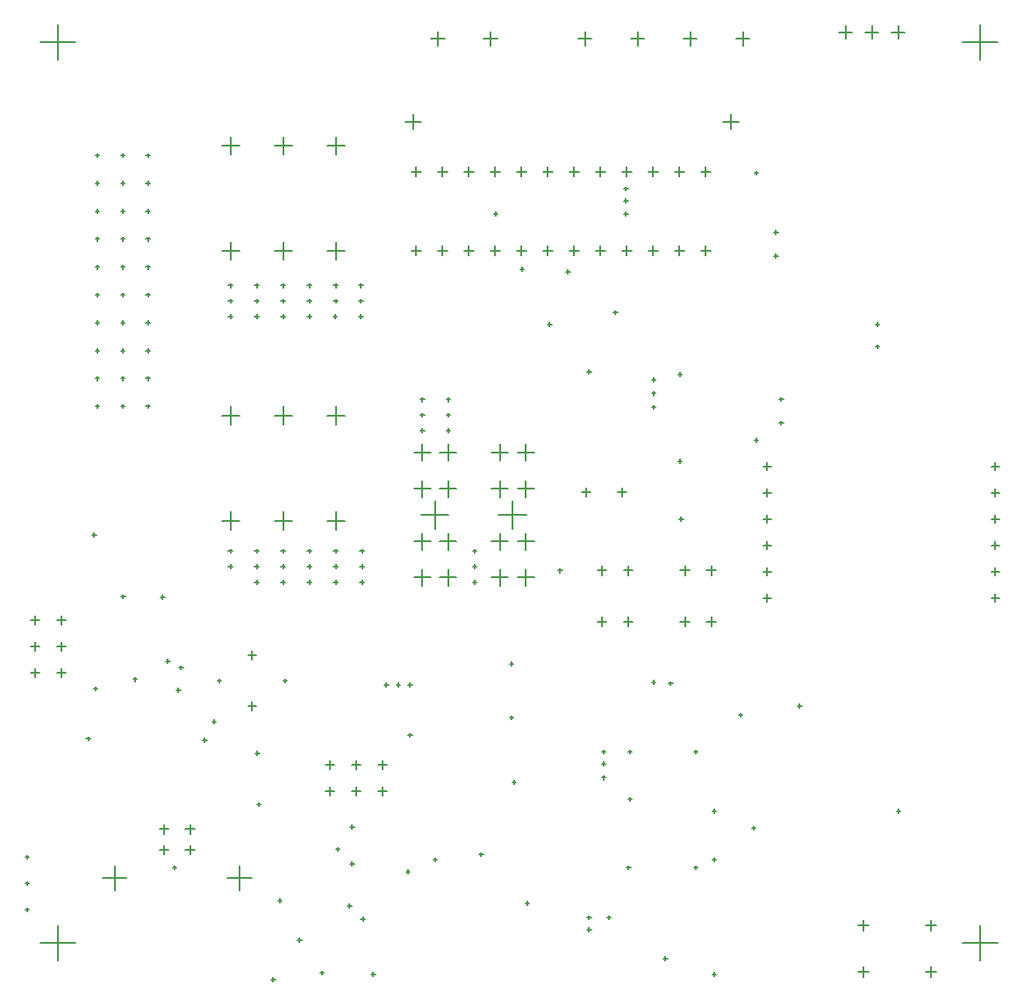
<source format=gbr>
%TF.GenerationSoftware,Altium Limited,Altium Designer,25.2.1 (25)*%
G04 Layer_Color=128*
%FSLAX43Y43*%
%MOMM*%
%TF.SameCoordinates,4C24163C-91DB-42BE-86CD-6C2E27ADC54B*%
%TF.FilePolarity,Positive*%
%TF.FileFunction,Drillmap*%
%TF.Part,Single*%
G01*
G75*
%TA.AperFunction,NonConductor*%
%ADD75C,0.127*%
D75*
X56550Y40500D02*
X57450D01*
X57000Y40050D02*
Y40950D01*
X59090Y40500D02*
X59990D01*
X59540Y40050D02*
Y40950D01*
X67090Y40500D02*
X67990D01*
X67540Y40050D02*
Y40950D01*
X64550Y40500D02*
X65450D01*
X65000Y40050D02*
Y40950D01*
X56550Y35560D02*
X57450D01*
X57000Y35110D02*
Y36010D01*
X59090Y35560D02*
X59990D01*
X59540Y35110D02*
Y36010D01*
X64550Y35560D02*
X65450D01*
X65000Y35110D02*
Y36010D01*
X67090Y35560D02*
X67990D01*
X67540Y35110D02*
Y36010D01*
X41364Y51887D02*
X42964D01*
X42164Y51087D02*
Y52687D01*
X38864Y51887D02*
X40464D01*
X39664Y51087D02*
Y52687D01*
X41364Y48387D02*
X42964D01*
X42164Y47587D02*
Y49187D01*
X38864Y48387D02*
X40464D01*
X39664Y47587D02*
Y49187D01*
X41364Y43307D02*
X42964D01*
X42164Y42507D02*
Y44107D01*
X38864Y43307D02*
X40464D01*
X39664Y42507D02*
Y44107D01*
X41364Y39807D02*
X42964D01*
X42164Y39007D02*
Y40607D01*
X38864Y39807D02*
X40464D01*
X39664Y39007D02*
Y40607D01*
X39544Y45847D02*
X42194D01*
X40869Y44522D02*
Y47172D01*
X47030Y45847D02*
X49680D01*
X48355Y44522D02*
Y47172D01*
X46350Y39807D02*
X47950D01*
X47150Y39007D02*
Y40607D01*
X48850Y39807D02*
X50450D01*
X49650Y39007D02*
Y40607D01*
X46350Y43307D02*
X47950D01*
X47150Y42507D02*
Y44107D01*
X48850Y43307D02*
X50450D01*
X49650Y42507D02*
Y44107D01*
X46350Y48387D02*
X47950D01*
X47150Y47587D02*
Y49187D01*
X48850Y48387D02*
X50450D01*
X49650Y47587D02*
Y49187D01*
X46350Y51887D02*
X47950D01*
X47150Y51087D02*
Y52687D01*
X48850Y51887D02*
X50450D01*
X49650Y51087D02*
Y52687D01*
X14300Y15500D02*
X15200D01*
X14750Y15050D02*
Y15950D01*
X16800Y15500D02*
X17700D01*
X17250Y15050D02*
Y15950D01*
X16800Y13500D02*
X17700D01*
X17250Y13050D02*
Y13950D01*
X14300Y13500D02*
X15200D01*
X14750Y13050D02*
Y13950D01*
X20870Y10800D02*
X23170D01*
X22020Y9650D02*
Y11950D01*
X8830Y10800D02*
X11130D01*
X9980Y9650D02*
Y11950D01*
X81721Y1742D02*
X82721D01*
X82221Y1242D02*
Y2242D01*
X88221Y1742D02*
X89221D01*
X88721Y1242D02*
Y2242D01*
X81721Y6242D02*
X82721D01*
X82221Y5742D02*
Y6742D01*
X88221Y6242D02*
X89221D01*
X88721Y5742D02*
Y6742D01*
X72566Y42926D02*
X73328D01*
X72947Y42545D02*
Y43307D01*
X94566Y50546D02*
X95328D01*
X94947Y50165D02*
Y50927D01*
X94566Y48006D02*
X95328D01*
X94947Y47625D02*
Y48387D01*
X94566Y45466D02*
X95328D01*
X94947Y45085D02*
Y45847D01*
X94566Y42926D02*
X95328D01*
X94947Y42545D02*
Y43307D01*
X94566Y40386D02*
X95328D01*
X94947Y40005D02*
Y40767D01*
X94566Y37846D02*
X95328D01*
X94947Y37465D02*
Y38227D01*
X72566Y50546D02*
X73328D01*
X72947Y50165D02*
Y50927D01*
X72566Y48006D02*
X73328D01*
X72947Y47625D02*
Y48387D01*
X72566Y45466D02*
X73328D01*
X72947Y45085D02*
Y45847D01*
X72566Y40386D02*
X73328D01*
X72947Y40005D02*
Y40767D01*
X72566Y37846D02*
X73328D01*
X72947Y37465D02*
Y38227D01*
X30450Y71300D02*
X32150D01*
X31300Y70450D02*
Y72150D01*
X25370Y71300D02*
X27070D01*
X26220Y70450D02*
Y72150D01*
X20290Y71300D02*
X21990D01*
X21140Y70450D02*
Y72150D01*
X30450Y81460D02*
X32150D01*
X31300Y80610D02*
Y82310D01*
X25370Y81460D02*
X27070D01*
X26220Y80610D02*
Y82310D01*
X20290Y81460D02*
X21990D01*
X21140Y80610D02*
Y82310D01*
X66525Y71374D02*
X67475D01*
X67000Y70899D02*
Y71849D01*
X63985Y71374D02*
X64935D01*
X64460Y70899D02*
Y71849D01*
X61445Y71374D02*
X62395D01*
X61920Y70899D02*
Y71849D01*
X58905Y71374D02*
X59855D01*
X59380Y70899D02*
Y71849D01*
X56365Y71374D02*
X57315D01*
X56840Y70899D02*
Y71849D01*
X53825Y71374D02*
X54775D01*
X54300Y70899D02*
Y71849D01*
X51285Y71374D02*
X52235D01*
X51760Y70899D02*
Y71849D01*
X48745Y71374D02*
X49695D01*
X49220Y70899D02*
Y71849D01*
X38585Y71374D02*
X39535D01*
X39060Y70899D02*
Y71849D01*
X41125Y71374D02*
X42075D01*
X41600Y70899D02*
Y71849D01*
X43665Y71374D02*
X44615D01*
X44140Y70899D02*
Y71849D01*
X46205Y71374D02*
X47155D01*
X46680Y70899D02*
Y71849D01*
X66525Y78994D02*
X67475D01*
X67000Y78519D02*
Y79469D01*
X63985Y78994D02*
X64935D01*
X64460Y78519D02*
Y79469D01*
X61445Y78994D02*
X62395D01*
X61920Y78519D02*
Y79469D01*
X58905Y78994D02*
X59855D01*
X59380Y78519D02*
Y79469D01*
X56365Y78994D02*
X57315D01*
X56840Y78519D02*
Y79469D01*
X53825Y78994D02*
X54775D01*
X54300Y78519D02*
Y79469D01*
X51285Y78994D02*
X52235D01*
X51760Y78519D02*
Y79469D01*
X48745Y78994D02*
X49695D01*
X49220Y78519D02*
Y79469D01*
X38585Y78994D02*
X39535D01*
X39060Y78519D02*
Y79469D01*
X41125Y78994D02*
X42075D01*
X41600Y78519D02*
Y79469D01*
X43665Y78994D02*
X44615D01*
X44140Y78519D02*
Y79469D01*
X46205Y78994D02*
X47155D01*
X46680Y78519D02*
Y79469D01*
X30450Y45300D02*
X32150D01*
X31300Y44450D02*
Y46150D01*
X25370Y45300D02*
X27070D01*
X26220Y44450D02*
Y46150D01*
X20290Y45300D02*
X21990D01*
X21140Y44450D02*
Y46150D01*
X30450Y55460D02*
X32150D01*
X31300Y54610D02*
Y56310D01*
X25370Y55460D02*
X27070D01*
X26220Y54610D02*
Y56310D01*
X20290Y55460D02*
X21990D01*
X21140Y54610D02*
Y56310D01*
X40498Y91821D02*
X41798D01*
X41148Y91171D02*
Y92471D01*
X45578Y91821D02*
X46878D01*
X46228Y91171D02*
Y92471D01*
X38013Y83820D02*
X39513D01*
X38763Y83070D02*
Y84570D01*
X68713Y83820D02*
X70213D01*
X69463Y83070D02*
Y84570D01*
X1836Y35687D02*
X2736D01*
X2286Y35237D02*
Y36137D01*
X4376Y35687D02*
X5276D01*
X4826Y35237D02*
Y36137D01*
X1836Y33147D02*
X2736D01*
X2286Y32697D02*
Y33597D01*
X4376Y33147D02*
X5276D01*
X4826Y32697D02*
Y33597D01*
X1836Y30607D02*
X2736D01*
X2286Y30157D02*
Y31057D01*
X4376Y30607D02*
X5276D01*
X4826Y30157D02*
Y31057D01*
X35364Y21717D02*
X36264D01*
X35814Y21267D02*
Y22167D01*
X35364Y19177D02*
X36264D01*
X35814Y18727D02*
Y19627D01*
X32824Y21717D02*
X33724D01*
X33274Y21267D02*
Y22167D01*
X32824Y19177D02*
X33724D01*
X33274Y18727D02*
Y19627D01*
X30284Y21717D02*
X31184D01*
X30734Y21267D02*
Y22167D01*
X30284Y19177D02*
X31184D01*
X30734Y18727D02*
Y19627D01*
X69930Y91821D02*
X71230D01*
X70580Y91171D02*
Y92471D01*
X64850Y91821D02*
X66150D01*
X65500Y91171D02*
Y92471D01*
X59770Y91821D02*
X61070D01*
X60420Y91171D02*
Y92471D01*
X54690Y91821D02*
X55990D01*
X55340Y91171D02*
Y92471D01*
X22841Y27411D02*
X23641D01*
X23241Y27011D02*
Y27811D01*
X22841Y32291D02*
X23641D01*
X23241Y31891D02*
Y32691D01*
X84966Y92456D02*
X86166D01*
X85566Y91856D02*
Y93056D01*
X82426Y92456D02*
X83626D01*
X83026Y91856D02*
Y93056D01*
X79886Y92456D02*
X81086D01*
X80486Y91856D02*
Y93056D01*
X58525Y48018D02*
X59375D01*
X58950Y47593D02*
Y48443D01*
X55025Y48018D02*
X55875D01*
X55450Y47593D02*
Y48443D01*
X91800Y4500D02*
X95200D01*
X93500Y2800D02*
Y6200D01*
X91800Y91500D02*
X95200D01*
X93500Y89800D02*
Y93200D01*
X2800Y91500D02*
X6200D01*
X4500Y89800D02*
Y93200D01*
X2800Y4500D02*
X6200D01*
X4500Y2800D02*
Y6200D01*
X15548Y11811D02*
X15948D01*
X15748Y11611D02*
Y12011D01*
X64316Y51050D02*
X64716D01*
X64516Y50850D02*
Y51250D01*
X48060Y31496D02*
X48460D01*
X48260Y31296D02*
Y31696D01*
X58093Y65405D02*
X58493D01*
X58293Y65205D02*
Y65605D01*
X49076Y69596D02*
X49476D01*
X49276Y69396D02*
Y69796D01*
X85398Y17272D02*
X85798D01*
X85598Y17072D02*
Y17472D01*
X65840Y11811D02*
X66240D01*
X66040Y11611D02*
Y12011D01*
X59490Y22987D02*
X59890D01*
X59690Y22787D02*
Y23187D01*
X37138Y29464D02*
X37538D01*
X37338Y29264D02*
Y29664D01*
X38281Y24602D02*
X38681D01*
X38481Y24402D02*
Y24802D01*
X51743Y64262D02*
X52143D01*
X51943Y64062D02*
Y64462D01*
X52759Y40500D02*
X53159D01*
X52959Y40300D02*
Y40700D01*
X55553Y59690D02*
X55953D01*
X55753Y59490D02*
Y59890D01*
X61776Y58928D02*
X62176D01*
X61976Y58728D02*
Y59128D01*
X44500Y42370D02*
X44900D01*
X44700Y42170D02*
Y42570D01*
X44500Y39370D02*
X44900D01*
X44700Y39170D02*
Y39570D01*
X44500Y40870D02*
X44900D01*
X44700Y40670D02*
Y41070D01*
X48060Y26289D02*
X48460D01*
X48260Y26089D02*
Y26489D01*
X29772Y1651D02*
X30172D01*
X29972Y1451D02*
Y1851D01*
X18469Y24130D02*
X18869D01*
X18669Y23930D02*
Y24330D01*
X67618Y1524D02*
X68018D01*
X67818Y1324D02*
Y1724D01*
X40694Y12573D02*
X41094D01*
X40894Y12373D02*
Y12773D01*
X49584Y8382D02*
X49984D01*
X49784Y8182D02*
Y8582D01*
X61776Y29718D02*
X62176D01*
X61976Y29518D02*
Y29918D01*
X61776Y56261D02*
X62176D01*
X61976Y56061D02*
Y56461D01*
X61776Y57595D02*
X62176D01*
X61976Y57395D02*
Y57794D01*
X56950Y20500D02*
X57350D01*
X57150Y20300D02*
Y20700D01*
X70158Y26543D02*
X70558D01*
X70358Y26343D02*
Y26743D01*
X38281Y29464D02*
X38681D01*
X38481Y29264D02*
Y29664D01*
X35995Y29464D02*
X36395D01*
X36195Y29264D02*
Y29664D01*
X73587Y70866D02*
X73987D01*
X73787Y70666D02*
Y71066D01*
X32693Y15748D02*
X33093D01*
X32893Y15548D02*
Y15948D01*
X71682Y78867D02*
X72082D01*
X71882Y78667D02*
Y79067D01*
X73587Y73152D02*
X73987D01*
X73787Y72952D02*
Y73352D01*
X71682Y53086D02*
X72082D01*
X71882Y52886D02*
Y53286D01*
X74095Y54737D02*
X74495D01*
X74295Y54537D02*
Y54937D01*
X74095Y57023D02*
X74495D01*
X74295Y56823D02*
Y57223D01*
X64316Y59436D02*
X64716D01*
X64516Y59236D02*
Y59636D01*
X75873Y27432D02*
X76273D01*
X76073Y27232D02*
Y27632D01*
X71428Y15621D02*
X71828D01*
X71628Y15421D02*
Y15821D01*
X67618Y12573D02*
X68018D01*
X67818Y12373D02*
Y12773D01*
X83366Y62103D02*
X83766D01*
X83566Y61903D02*
Y62303D01*
X25073Y1016D02*
X25473D01*
X25273Y816D02*
Y1216D01*
X55553Y6985D02*
X55953D01*
X55753Y6785D02*
Y7185D01*
X27613Y4826D02*
X28013D01*
X27813Y4626D02*
Y5026D01*
X31296Y13589D02*
X31696D01*
X31496Y13389D02*
Y13789D01*
X32693Y12192D02*
X33093D01*
X32893Y11992D02*
Y12392D01*
X38075Y11430D02*
X38475D01*
X38275Y11230D02*
Y11630D01*
X32439Y8128D02*
X32839D01*
X32639Y7928D02*
Y8328D01*
X7233Y24257D02*
X7633D01*
X7433Y24057D02*
Y24457D01*
X23676Y17907D02*
X24076D01*
X23876Y17707D02*
Y18107D01*
X7801Y43942D02*
X8201D01*
X8001Y43742D02*
Y44142D01*
X11738Y29985D02*
X12138D01*
X11938Y29785D02*
Y30185D01*
X7928Y29083D02*
X8328D01*
X8128Y28883D02*
Y29283D01*
X53521Y69342D02*
X53921D01*
X53721Y69142D02*
Y69542D01*
X83366Y64262D02*
X83766D01*
X83566Y64062D02*
Y64462D01*
X59109Y77343D02*
X59509D01*
X59309Y77143D02*
Y77543D01*
X59109Y76200D02*
X59509D01*
X59309Y76000D02*
Y76400D01*
X14400Y37910D02*
X14800D01*
X14600Y37709D02*
Y38110D01*
X10600Y37973D02*
X11000D01*
X10800Y37773D02*
Y38173D01*
X56950Y21844D02*
X57350D01*
X57150Y21644D02*
Y22044D01*
X56950Y22987D02*
X57350D01*
X57150Y22787D02*
Y23187D01*
X59490Y18415D02*
X59890D01*
X59690Y18215D02*
Y18615D01*
X15929Y28956D02*
X16329D01*
X16129Y28756D02*
Y29156D01*
X19358Y25908D02*
X19758D01*
X19558Y25708D02*
Y26108D01*
X14913Y31750D02*
X15313D01*
X15113Y31550D02*
Y31950D01*
X16183Y31115D02*
X16583D01*
X16383Y30915D02*
Y31315D01*
X1324Y12827D02*
X1724D01*
X1524Y12627D02*
Y13027D01*
X1324Y10287D02*
X1724D01*
X1524Y10087D02*
Y10487D01*
X1324Y7747D02*
X1724D01*
X1524Y7547D02*
Y7947D01*
X26216Y29845D02*
X26616D01*
X26416Y29645D02*
Y30045D01*
X19866Y29845D02*
X20266D01*
X20066Y29645D02*
Y30045D01*
X23549Y22860D02*
X23949D01*
X23749Y22660D02*
Y23060D01*
X33726Y6858D02*
X34126D01*
X33926Y6658D02*
Y7058D01*
X55553Y5842D02*
X55953D01*
X55753Y5642D02*
Y6042D01*
X48314Y20066D02*
X48714D01*
X48514Y19866D02*
Y20266D01*
X64443Y45466D02*
X64843D01*
X64643Y45266D02*
Y45666D01*
X59109Y74930D02*
X59509D01*
X59309Y74730D02*
Y75130D01*
X46536Y74930D02*
X46936D01*
X46736Y74730D02*
Y75130D01*
X45139Y13081D02*
X45539D01*
X45339Y12881D02*
Y13281D01*
X62919Y3048D02*
X63319D01*
X63119Y2848D02*
Y3248D01*
X57458Y6985D02*
X57858D01*
X57658Y6785D02*
Y7185D01*
X67618Y17272D02*
X68018D01*
X67818Y17072D02*
Y17472D01*
X65840Y22987D02*
X66240D01*
X66040Y22787D02*
Y23187D01*
X59363Y11811D02*
X59763D01*
X59563Y11611D02*
Y12011D01*
X63427Y29591D02*
X63827D01*
X63627Y29391D02*
Y29791D01*
X34725Y1524D02*
X35125D01*
X34925Y1324D02*
Y1724D01*
X25708Y8636D02*
X26108D01*
X25908Y8436D02*
Y8836D01*
X8100Y75182D02*
X8500D01*
X8300Y74982D02*
Y75382D01*
X8100Y61724D02*
X8500D01*
X8300Y61524D02*
Y61924D01*
X8100Y67107D02*
X8500D01*
X8300Y66907D02*
Y67307D01*
X8100Y72490D02*
X8500D01*
X8300Y72290D02*
Y72690D01*
X8100Y64416D02*
X8500D01*
X8300Y64216D02*
Y64616D01*
X8100Y69799D02*
X8500D01*
X8300Y69599D02*
Y69999D01*
X8100Y59032D02*
X8500D01*
X8300Y58832D02*
Y59232D01*
X8100Y56340D02*
X8500D01*
X8300Y56140D02*
Y56540D01*
X8100Y77874D02*
X8500D01*
X8300Y77674D02*
Y78074D01*
X8100Y80566D02*
X8500D01*
X8300Y80366D02*
Y80766D01*
X13000Y75182D02*
X13400D01*
X13200Y74982D02*
Y75382D01*
X13000Y61724D02*
X13400D01*
X13200Y61524D02*
Y61924D01*
X13000Y67107D02*
X13400D01*
X13200Y66907D02*
Y67307D01*
X13000Y72490D02*
X13400D01*
X13200Y72290D02*
Y72690D01*
X13000Y64416D02*
X13400D01*
X13200Y64216D02*
Y64616D01*
X13000Y69799D02*
X13400D01*
X13200Y69599D02*
Y69999D01*
X13000Y59032D02*
X13400D01*
X13200Y58832D02*
Y59232D01*
X13000Y56340D02*
X13400D01*
X13200Y56140D02*
Y56540D01*
X13000Y77874D02*
X13400D01*
X13200Y77674D02*
Y78074D01*
X13000Y80566D02*
X13400D01*
X13200Y80366D02*
Y80766D01*
X10550Y80566D02*
X10950D01*
X10750Y80366D02*
Y80766D01*
X10550Y77874D02*
X10950D01*
X10750Y77674D02*
Y78074D01*
X10550Y56340D02*
X10950D01*
X10750Y56140D02*
Y56540D01*
X10550Y59032D02*
X10950D01*
X10750Y58832D02*
Y59232D01*
X10550Y69799D02*
X10950D01*
X10750Y69599D02*
Y69999D01*
X10550Y64416D02*
X10950D01*
X10750Y64216D02*
Y64616D01*
X10550Y72490D02*
X10950D01*
X10750Y72290D02*
Y72690D01*
X10550Y67107D02*
X10950D01*
X10750Y66907D02*
Y67307D01*
X10550Y61724D02*
X10950D01*
X10750Y61524D02*
Y61924D01*
X10550Y75182D02*
X10950D01*
X10750Y74982D02*
Y75382D01*
X20940Y40870D02*
X21340D01*
X21140Y40670D02*
Y41070D01*
X31100Y40870D02*
X31500D01*
X31300Y40670D02*
Y41070D01*
X26020Y40870D02*
X26420D01*
X26220Y40670D02*
Y41070D01*
X28560Y40870D02*
X28960D01*
X28760Y40670D02*
Y41070D01*
X23480Y40870D02*
X23880D01*
X23680Y40670D02*
Y41070D01*
X23480Y42370D02*
X23880D01*
X23680Y42170D02*
Y42570D01*
X28560Y42370D02*
X28960D01*
X28760Y42170D02*
Y42570D01*
X26020Y42370D02*
X26420D01*
X26220Y42170D02*
Y42570D01*
X31100Y42370D02*
X31500D01*
X31300Y42170D02*
Y42570D01*
X20940Y42370D02*
X21340D01*
X21140Y42170D02*
Y42570D01*
X23480Y39370D02*
X23880D01*
X23680Y39170D02*
Y39570D01*
X26020Y39370D02*
X26420D01*
X26220Y39170D02*
Y39570D01*
X31100Y39370D02*
X31500D01*
X31300Y39170D02*
Y39570D01*
X33640Y42370D02*
X34040D01*
X33840Y42170D02*
Y42570D01*
X33640Y40870D02*
X34040D01*
X33840Y40670D02*
Y41070D01*
X28560Y39370D02*
X28960D01*
X28760Y39170D02*
Y39570D01*
X33640Y39370D02*
X34040D01*
X33840Y39170D02*
Y39570D01*
X41964Y54000D02*
X42364D01*
X42164Y53800D02*
Y54200D01*
X39464Y54000D02*
X39864D01*
X39664Y53800D02*
Y54200D01*
X39464Y57000D02*
X39864D01*
X39664Y56800D02*
Y57200D01*
X41964Y57000D02*
X42364D01*
X42164Y56800D02*
Y57200D01*
X41964Y55500D02*
X42364D01*
X42164Y55300D02*
Y55700D01*
X39464Y55500D02*
X39864D01*
X39664Y55300D02*
Y55700D01*
X33524Y65000D02*
X33924D01*
X33724Y64800D02*
Y65200D01*
X28560Y65000D02*
X28960D01*
X28760Y64800D02*
Y65200D01*
X33524Y66500D02*
X33924D01*
X33724Y66300D02*
Y66700D01*
X33524Y68000D02*
X33924D01*
X33724Y67800D02*
Y68200D01*
X20940Y65000D02*
X21340D01*
X21140Y64800D02*
Y65200D01*
X31042Y65000D02*
X31442D01*
X31242Y64800D02*
Y65200D01*
X26020Y65000D02*
X26420D01*
X26220Y64800D02*
Y65200D01*
X23480Y65000D02*
X23880D01*
X23680Y64800D02*
Y65200D01*
X20940Y68000D02*
X21340D01*
X21140Y67800D02*
Y68200D01*
X31100Y68000D02*
X31500D01*
X31300Y67800D02*
Y68200D01*
X26020Y68000D02*
X26420D01*
X26220Y67800D02*
Y68200D01*
X28560Y68000D02*
X28960D01*
X28760Y67800D02*
Y68200D01*
X23480Y68000D02*
X23880D01*
X23680Y67800D02*
Y68200D01*
X23480Y66500D02*
X23880D01*
X23680Y66300D02*
Y66700D01*
X28560Y66500D02*
X28960D01*
X28760Y66300D02*
Y66700D01*
X26020Y66500D02*
X26420D01*
X26220Y66300D02*
Y66700D01*
X31100Y66500D02*
X31500D01*
X31300Y66300D02*
Y66700D01*
X20940Y66500D02*
X21340D01*
X21140Y66300D02*
Y66700D01*
%TF.MD5,d6c6e7b635f70a6c9ca828fb61e11d6c*%
M02*

</source>
